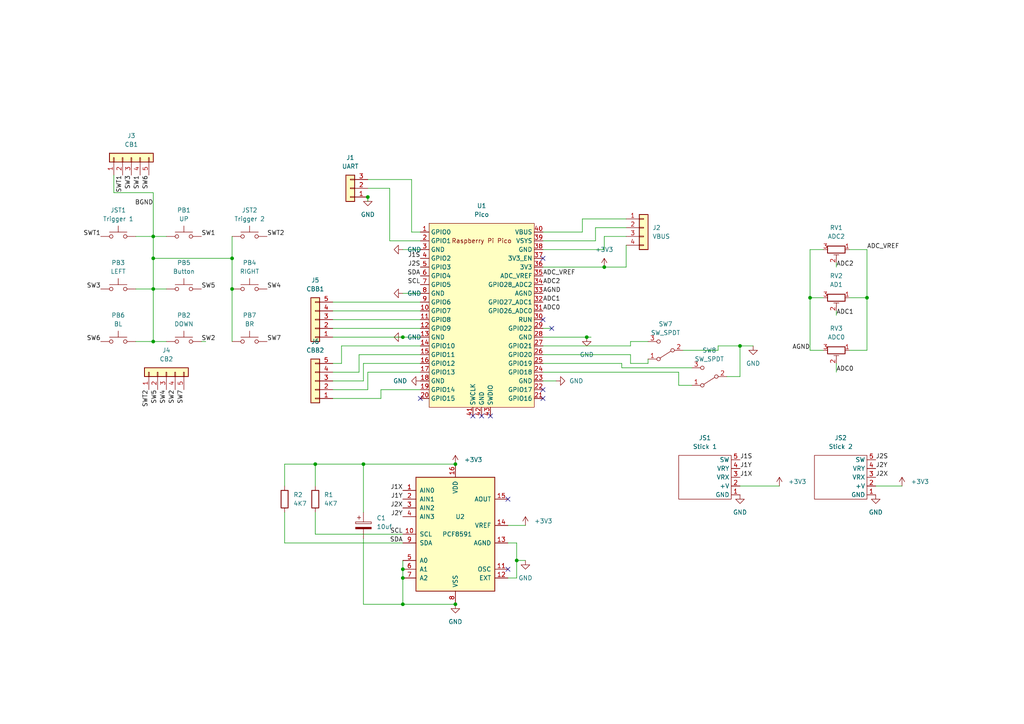
<source format=kicad_sch>
(kicad_sch (version 20211123) (generator eeschema)
  (paper "A4")
  (lib_symbols
    (symbol "Connector_Generic:Conn_01x03" (pin_names (offset 1.016) hide)
      (property "Reference" "J" (at 0 5.08 0))
      (property "Value" "Conn_01x03" (at 0 -5.08 0))
      (symbol "Conn_01x03_1_1"
        (rectangle (start -1.27 -2.413) (end 0 -2.667) (stroke (width 0.1524)))
        (rectangle (start -1.27 0.127) (end 0 -0.127) (stroke (width 0.1524)))
        (rectangle (start -1.27 2.667) (end 0 2.413) (stroke (width 0.1524)))
        (rectangle (start -1.27 3.81) (end 1.27 -3.81) (stroke (width 0.254)) (fill (type background)))
        (pin passive line (at -5.08 2.54 0) (length 3.81) (name "Pin_1") (number "1"))
        (pin passive line (at -5.08 0 0) (length 3.81) (name "Pin_2") (number "2"))
        (pin passive line (at -5.08 -2.54 0) (length 3.81) (name "Pin_3") (number "3"))
      )
    )
    (symbol "Connector_Generic:Conn_01x04" (pin_names (offset 1.016) hide)
      (property "Reference" "J" (at 0 5.08 0))
      (property "Value" "Conn_01x04" (at 0 -7.62 0))
      (symbol "Conn_01x04_1_1"
        (rectangle (start -1.27 -4.953) (end 0 -5.207) (stroke (width 0.1524)))
        (rectangle (start -1.27 -2.413) (end 0 -2.667) (stroke (width 0.1524)))
        (rectangle (start -1.27 0.127) (end 0 -0.127) (stroke (width 0.1524)))
        (rectangle (start -1.27 2.667) (end 0 2.413) (stroke (width 0.1524)))
        (rectangle (start -1.27 3.81) (end 1.27 -6.35) (stroke (width 0.254)) (fill (type background)))
        (pin passive line (at -5.08 2.54 0) (length 3.81) (name "Pin_1") (number "1"))
        (pin passive line (at -5.08 0 0) (length 3.81) (name "Pin_2") (number "2"))
        (pin passive line (at -5.08 -2.54 0) (length 3.81) (name "Pin_3") (number "3"))
        (pin passive line (at -5.08 -5.08 0) (length 3.81) (name "Pin_4") (number "4"))
      )
    )
    (symbol "Connector_Generic:Conn_01x05" (pin_names (offset 1.016) hide)
      (property "Reference" "J" (at 0 7.62 0))
      (property "Value" "Conn_01x05" (at 0 -7.62 0))
      (symbol "Conn_01x05_1_1"
        (rectangle (start -1.27 -4.953) (end 0 -5.207) (stroke (width 0.1524)))
        (rectangle (start -1.27 -2.413) (end 0 -2.667) (stroke (width 0.1524)))
        (rectangle (start -1.27 0.127) (end 0 -0.127) (stroke (width 0.1524)))
        (rectangle (start -1.27 2.667) (end 0 2.413) (stroke (width 0.1524)))
        (rectangle (start -1.27 5.207) (end 0 4.953) (stroke (width 0.1524)))
        (rectangle (start -1.27 6.35) (end 1.27 -6.35) (stroke (width 0.254)) (fill (type background)))
        (pin passive line (at -5.08 5.08 0) (length 3.81) (name "Pin_1") (number "1"))
        (pin passive line (at -5.08 2.54 0) (length 3.81) (name "Pin_2") (number "2"))
        (pin passive line (at -5.08 0 0) (length 3.81) (name "Pin_3") (number "3"))
        (pin passive line (at -5.08 -2.54 0) (length 3.81) (name "Pin_4") (number "4"))
        (pin passive line (at -5.08 -5.08 0) (length 3.81) (name "Pin_5") (number "5"))
      )
    )
    (symbol "Device:C_Polarized" (pin_numbers hide) (pin_names (offset 0.254))
      (property "Reference" "C" (at 0.635 2.54 0))
      (property "Value" "C_Polarized" (at 0.635 -2.54 0))
      (symbol "C_Polarized_0_1"
        (rectangle (start -2.286 0.508) (end 2.286 1.016))
        (polyline (pts (xy -1.778 2.286) (xy -0.762 2.286)))
        (polyline (pts (xy -1.27 2.794) (xy -1.27 1.778)))
        (rectangle (start 2.286 -0.508) (end -2.286 -1.016) (fill (type outline)))
      )
      (symbol "C_Polarized_1_1"
        (pin passive line (at 0 3.81 270) (length 2.794) (name "~") (number "1"))
        (pin passive line (at 0 -3.81 90) (length 2.794) (name "~") (number "2"))
      )
    )
    (symbol "Device:R" (pin_numbers hide) (pin_names (offset 0))
      (property "Reference" "R" (at 2.032 0 90))
      (property "Value" "R" (at 0 0 90))
      (symbol "R_0_1"
        (rectangle (start -1.016 -2.54) (end 1.016 2.54) (stroke (width 0.254)))
      )
      (symbol "R_1_1"
        (pin passive line (at 0 3.81 270) (length 1.27) (name "~") (number "1"))
        (pin passive line (at 0 -3.81 90) (length 1.27) (name "~") (number "2"))
      )
    )
    (symbol "Device:R_Potentiometer_Trim" (pin_names (offset 1.016) hide)
      (property "Reference" "RV" (at -4.445 0 90))
      (property "Value" "R_Potentiometer_Trim" (at -2.54 0 90))
      (symbol "R_Potentiometer_Trim_0_1"
        (polyline (pts (xy 1.524 0.762) (xy 1.524 -0.762)))
        (polyline (pts (xy 2.54 0) (xy 1.524 0)))
        (rectangle (start 1.016 2.54) (end -1.016 -2.54) (stroke (width 0.254)))
      )
      (symbol "R_Potentiometer_Trim_1_1"
        (pin passive line (at 0 3.81 270) (length 1.27) (name "1") (number "1"))
        (pin passive line (at 3.81 0 180) (length 1.27) (name "2") (number "2"))
        (pin passive line (at 0 -3.81 90) (length 1.27) (name "3") (number "3"))
      )
    )
    (symbol "Interface_Expansion:PCF8591" (pin_names (offset 1.016))
      (property "Reference" "U" (at -11.43 17.78 0))
      (property "Value" "PCF8591" (at 3.81 17.78 0))
      (symbol "PCF8591_0_1"
        (rectangle (start -11.43 -16.51) (end 11.43 16.51) (stroke (width 0.254)) (fill (type background)))
      )
      (symbol "PCF8591_1_1"
        (pin passive line (at -15.24 12.7 0) (length 3.81) (name "AIN0") (number "1"))
        (pin input line (at -15.24 0 0) (length 3.81) (name "SCL") (number "10"))
        (pin bidirectional line (at 15.24 -10.16 180) (length 3.81) (name "OSC") (number "11"))
        (pin input line (at 15.24 -12.7 180) (length 3.81) (name "EXT") (number "12"))
        (pin power_out line (at 15.24 -2.54 180) (length 3.81) (name "AGND") (number "13"))
        (pin passive line (at 15.24 2.54 180) (length 3.81) (name "VREF") (number "14"))
        (pin passive line (at 15.24 10.16 180) (length 3.81) (name "AOUT") (number "15"))
        (pin power_in line (at 0 20.32 270) (length 3.81) (name "VDD") (number "16"))
        (pin passive line (at -15.24 10.16 0) (length 3.81) (name "AIN1") (number "2"))
        (pin passive line (at -15.24 7.62 0) (length 3.81) (name "AIN2") (number "3"))
        (pin passive line (at -15.24 5.08 0) (length 3.81) (name "AIN3") (number "4"))
        (pin input line (at -15.24 -7.62 0) (length 3.81) (name "A0") (number "5"))
        (pin input line (at -15.24 -10.16 0) (length 3.81) (name "A1") (number "6"))
        (pin input line (at -15.24 -12.7 0) (length 3.81) (name "A2") (number "7"))
        (pin power_in line (at 0 -20.32 90) (length 3.81) (name "VSS") (number "8"))
        (pin bidirectional line (at -15.24 -2.54 0) (length 3.81) (name "SDA") (number "9"))
      )
    )
    (symbol "JoystickBoard_1"
      (property "Reference" "U" (at -5.08 1.27 0))
      (property "Value" "JoystickBoard_1" (at -5.08 8.89 0))
      (symbol "JoystickBoard_1_0_1"
        (rectangle (start -12.7 7.62) (end 2.54 -5.08))
      )
      (symbol "JoystickBoard_1_1_1"
        (pin power_in line (at -15.24 6.35 0) (length 2.54) (name "GND") (number "1"))
        (pin power_in line (at -15.24 3.81 0) (length 2.54) (name "+V") (number "2"))
        (pin output line (at -15.24 1.27 0) (length 2.54) (name "VRX") (number "3"))
        (pin output line (at -15.24 -1.27 0) (length 2.54) (name "VRY") (number "4"))
        (pin output line (at -15.24 -3.81 0) (length 2.54) (name "SW") (number "5"))
      )
    )
    (symbol "MCU_RaspberryPi_and_Boards:Pico"
      (property "Reference" "U" (at -13.97 27.94 0))
      (property "Value" "Pico" (at 0 19.05 0))
      (symbol "Pico_0_0"
        (text "Raspberry Pi Pico" (at 0 21.59 0) (effects (font (size 1.27 1.27))))
      )
      (symbol "Pico_0_1"
        (rectangle (start -15.24 26.67) (end 15.24 -26.67) (fill (type background)))
      )
      (symbol "Pico_1_1"
        (pin bidirectional line (at -17.78 24.13 0) (length 2.54) (name "GPIO0") (number "1"))
        (pin bidirectional line (at -17.78 1.27 0) (length 2.54) (name "GPIO7") (number "10"))
        (pin bidirectional line (at -17.78 -1.27 0) (length 2.54) (name "GPIO8") (number "11"))
        (pin bidirectional line (at -17.78 -3.81 0) (length 2.54) (name "GPIO9") (number "12"))
        (pin power_in line (at -17.78 -6.35 0) (length 2.54) (name "GND") (number "13"))
        (pin bidirectional line (at -17.78 -8.89 0) (length 2.54) (name "GPIO10") (number "14"))
        (pin bidirectional line (at -17.78 -11.43 0) (length 2.54) (name "GPIO11") (number "15"))
        (pin bidirectional line (at -17.78 -13.97 0) (length 2.54) (name "GPIO12") (number "16"))
        (pin bidirectional line (at -17.78 -16.51 0) (length 2.54) (name "GPIO13") (number "17"))
        (pin power_in line (at -17.78 -19.05 0) (length 2.54) (name "GND") (number "18"))
        (pin bidirectional line (at -17.78 -21.59 0) (length 2.54) (name "GPIO14") (number "19"))
        (pin bidirectional line (at -17.78 21.59 0) (length 2.54) (name "GPIO1") (number "2"))
        (pin bidirectional line (at -17.78 -24.13 0) (length 2.54) (name "GPIO15") (number "20"))
        (pin bidirectional line (at 17.78 -24.13 180) (length 2.54) (name "GPIO16") (number "21"))
        (pin bidirectional line (at 17.78 -21.59 180) (length 2.54) (name "GPIO17") (number "22"))
        (pin power_in line (at 17.78 -19.05 180) (length 2.54) (name "GND") (number "23"))
        (pin bidirectional line (at 17.78 -16.51 180) (length 2.54) (name "GPIO18") (number "24"))
        (pin bidirectional line (at 17.78 -13.97 180) (length 2.54) (name "GPIO19") (number "25"))
        (pin bidirectional line (at 17.78 -11.43 180) (length 2.54) (name "GPIO20") (number "26"))
        (pin bidirectional line (at 17.78 -8.89 180) (length 2.54) (name "GPIO21") (number "27"))
        (pin power_in line (at 17.78 -6.35 180) (length 2.54) (name "GND") (number "28"))
        (pin bidirectional line (at 17.78 -3.81 180) (length 2.54) (name "GPIO22") (number "29"))
        (pin power_in line (at -17.78 19.05 0) (length 2.54) (name "GND") (number "3"))
        (pin input line (at 17.78 -1.27 180) (length 2.54) (name "RUN") (number "30"))
        (pin bidirectional line (at 17.78 1.27 180) (length 2.54) (name "GPIO26_ADC0") (number "31"))
        (pin bidirectional line (at 17.78 3.81 180) (length 2.54) (name "GPIO27_ADC1") (number "32"))
        (pin power_in line (at 17.78 6.35 180) (length 2.54) (name "AGND") (number "33"))
        (pin bidirectional line (at 17.78 8.89 180) (length 2.54) (name "GPIO28_ADC2") (number "34"))
        (pin power_in line (at 17.78 11.43 180) (length 2.54) (name "ADC_VREF") (number "35"))
        (pin power_in line (at 17.78 13.97 180) (length 2.54) (name "3V3") (number "36"))
        (pin input line (at 17.78 16.51 180) (length 2.54) (name "3V3_EN") (number "37"))
        (pin bidirectional line (at 17.78 19.05 180) (length 2.54) (name "GND") (number "38"))
        (pin power_in line (at 17.78 21.59 180) (length 2.54) (name "VSYS") (number "39"))
        (pin bidirectional line (at -17.78 16.51 0) (length 2.54) (name "GPIO2") (number "4"))
        (pin power_in line (at 17.78 24.13 180) (length 2.54) (name "VBUS") (number "40"))
        (pin input line (at -2.54 -29.21 90) (length 2.54) (name "SWCLK") (number "41"))
        (pin power_in line (at 0 -29.21 90) (length 2.54) (name "GND") (number "42"))
        (pin bidirectional line (at 2.54 -29.21 90) (length 2.54) (name "SWDIO") (number "43"))
        (pin bidirectional line (at -17.78 13.97 0) (length 2.54) (name "GPIO3") (number "5"))
        (pin bidirectional line (at -17.78 11.43 0) (length 2.54) (name "GPIO4") (number "6"))
        (pin bidirectional line (at -17.78 8.89 0) (length 2.54) (name "GPIO5") (number "7"))
        (pin power_in line (at -17.78 6.35 0) (length 2.54) (name "GND") (number "8"))
        (pin bidirectional line (at -17.78 3.81 0) (length 2.54) (name "GPIO6") (number "9"))
      )
    )
    (symbol "Project:JoystickBoard"
      (property "Reference" "U" (at -5.08 1.27 0))
      (property "Value" "JoystickBoard" (at -5.08 8.89 0))
      (symbol "JoystickBoard_0_1"
        (rectangle (start -12.7 7.62) (end 2.54 -5.08))
      )
      (symbol "JoystickBoard_1_1"
        (pin power_in line (at -15.24 6.35 0) (length 2.54) (name "GND") (number "1"))
        (pin power_in line (at -15.24 3.81 0) (length 2.54) (name "+V") (number "2"))
        (pin output line (at -15.24 1.27 0) (length 2.54) (name "VRX") (number "3"))
        (pin output line (at -15.24 -1.27 0) (length 2.54) (name "VRY") (number "4"))
        (pin output line (at -15.24 -3.81 0) (length 2.54) (name "SW") (number "5"))
      )
    )
    (symbol "Switch:SW_Push" (pin_numbers hide) (pin_names (offset 1.016) hide)
      (property "Reference" "SW" (at 1.27 2.54 0))
      (property "Value" "SW_Push" (at 0 -1.524 0))
      (symbol "SW_Push_0_1"
        (circle (center -2.032 0) (radius 0.508))
        (polyline (pts (xy 0 1.27) (xy 0 3.048)))
        (polyline (pts (xy 2.54 1.27) (xy -2.54 1.27)))
        (circle (center 2.032 0) (radius 0.508))
        (pin passive line (at -5.08 0 0) (length 2.54) (name "1") (number "1"))
        (pin passive line (at 5.08 0 180) (length 2.54) (name "2") (number "2"))
      )
    )
    (symbol "Switch:SW_SPDT" (pin_names (offset 0) hide)
      (property "Reference" "SW" (at 0 4.318 0))
      (property "Value" "SW_SPDT" (at 0 -5.08 0))
      (symbol "SW_SPDT_0_0"
        (circle (center -2.032 0) (radius 0.508))
        (circle (center 2.032 -2.54) (radius 0.508))
      )
      (symbol "SW_SPDT_0_1"
        (polyline (pts (xy -1.524 0.254) (xy 1.651 2.286)))
        (circle (center 2.032 2.54) (radius 0.508))
      )
      (symbol "SW_SPDT_1_1"
        (pin passive line (at 5.08 2.54 180) (length 2.54) (name "A") (number "1"))
        (pin passive line (at -5.08 0 0) (length 2.54) (name "B") (number "2"))
        (pin passive line (at 5.08 -2.54 180) (length 2.54) (name "C") (number "3"))
      )
    )
    (symbol "power:+3V3" (power) (pin_names (offset 0))
      (property "Value" "+3V3" (at 0 3.556 0))
      (symbol "+3V3_0_1"
        (polyline (pts (xy -0.762 1.27) (xy 0 2.54)))
        (polyline (pts (xy 0 0) (xy 0 2.54)))
        (polyline (pts (xy 0 2.54) (xy 0.762 1.27)))
      )
      (symbol "+3V3_1_1"
        (pin power_in line (at 0 0 90) (length 0) hide (name "+3V3") (number "1"))
      )
    )
    (symbol "power:GND" (power) (pin_names (offset 0))
      (property "Value" "GND" (at 0 -3.81 0))
      (symbol "GND_0_1"
        (polyline (pts (xy 0 0) (xy 0 -1.27) (xy 1.27 -1.27) (xy 0 -2.54) (xy -1.27 -1.27) (xy 0 -1.27)))
      )
      (symbol "GND_1_1"
        (pin power_in line (at 0 0 270) (length 0) hide (name "GND") (number "1"))
      )
    )
  )
  (junction (at 116.84 97.79))
  (junction (at 44.45 99.06))
  (junction (at 105.41 134.62))
  (junction (at 175.26 77.47))
  (junction (at 251.46 86.36))
  (junction (at 106.68 57.15))
  (junction (at 44.45 83.82))
  (junction (at 116.84 175.26))
  (junction (at 67.31 83.82))
  (junction (at 132.08 134.62))
  (junction (at 44.45 68.58))
  (junction (at 170.18 97.79))
  (junction (at 91.44 134.62))
  (junction (at 44.45 74.93))
  (junction (at 132.08 175.26))
  (junction (at 149.86 162.56))
  (junction (at 67.31 74.93))
  (junction (at 116.84 167.64))
  (junction (at 234.95 86.36))
  (junction (at 116.84 165.1))
  (junction (at 214.63 100.33))
  (no_connect (at 157.48 113.03))
  (no_connect (at 157.48 115.57))
  (no_connect (at 121.92 115.57))
  (no_connect (at 160.02 95.25))
  (no_connect (at 157.48 92.71))
  (no_connect (at 157.48 74.93))
  (no_connect (at 147.32 144.78))
  (no_connect (at 139.7 120.65))
  (no_connect (at 137.16 120.65))
  (no_connect (at 142.24 120.65))
  (no_connect (at 147.32 165.1))
  (wire (pts (xy 110.49 113.03) (xy 121.92 113.03)))
  (wire (pts (xy 33.02 55.88) (xy 33.02 50.8)))
  (wire (pts (xy 44.45 83.82) (xy 44.45 99.06)))
  (wire (pts (xy 116.84 85.09) (xy 121.92 85.09)))
  (wire (pts (xy 168.91 67.31) (xy 168.91 63.5)))
  (wire (pts (xy 96.52 113.03) (xy 106.68 113.03)))
  (wire (pts (xy 96.52 107.95) (xy 104.14 107.95)))
  (wire (pts (xy 242.57 90.17) (xy 242.57 91.44)))
  (wire (pts (xy 96.52 87.63) (xy 121.92 87.63)))
  (wire (pts (xy 182.88 102.87) (xy 182.88 105.41)))
  (wire (pts (xy 246.38 86.36) (xy 251.46 86.36)))
  (wire (pts (xy 91.44 154.94) (xy 91.44 148.59)))
  (wire (pts (xy 44.45 68.58) (xy 44.45 74.93)))
  (wire (pts (xy 180.34 106.68) (xy 200.66 106.68)))
  (wire (pts (xy 96.52 97.79) (xy 116.84 97.79)))
  (wire (pts (xy 105.41 105.41) (xy 121.92 105.41)))
  (wire (pts (xy 208.28 101.6) (xy 208.28 100.33)))
  (wire (pts (xy 175.26 72.39) (xy 175.26 68.58)))
  (wire (pts (xy 44.45 83.82) (xy 48.26 83.82)))
  (wire (pts (xy 67.31 68.58) (xy 67.31 74.93)))
  (wire (pts (xy 44.45 55.88) (xy 44.45 68.58)))
  (wire (pts (xy 33.02 55.88) (xy 44.45 55.88)))
  (wire (pts (xy 116.84 162.56) (xy 116.84 165.1)))
  (wire (pts (xy 119.38 67.31) (xy 121.92 67.31)))
  (wire (pts (xy 116.84 175.26) (xy 132.08 175.26)))
  (wire (pts (xy 214.63 100.33) (xy 214.63 109.22)))
  (wire (pts (xy 96.52 110.49) (xy 105.41 110.49)))
  (wire (pts (xy 99.06 100.33) (xy 99.06 105.41)))
  (wire (pts (xy 116.84 97.79) (xy 121.92 97.79)))
  (wire (pts (xy 234.95 72.39) (xy 234.95 86.36)))
  (wire (pts (xy 67.31 83.82) (xy 67.31 99.06)))
  (wire (pts (xy 181.61 77.47) (xy 181.61 71.12)))
  (wire (pts (xy 180.34 105.41) (xy 180.34 106.68)))
  (wire (pts (xy 91.44 134.62) (xy 91.44 140.97)))
  (wire (pts (xy 113.03 69.85) (xy 121.92 69.85)))
  (wire (pts (xy 44.45 99.06) (xy 48.26 99.06)))
  (wire (pts (xy 175.26 77.47) (xy 181.61 77.47)))
  (wire (pts (xy 157.48 105.41) (xy 180.34 105.41)))
  (wire (pts (xy 182.88 105.41) (xy 187.96 105.41)))
  (wire (pts (xy 105.41 134.62) (xy 132.08 134.62)))
  (wire (pts (xy 187.96 105.41) (xy 187.96 104.14)))
  (wire (pts (xy 175.26 68.58) (xy 181.61 68.58)))
  (wire (pts (xy 119.38 52.07) (xy 119.38 67.31)))
  (wire (pts (xy 116.84 154.94) (xy 91.44 154.94)))
  (wire (pts (xy 214.63 109.22) (xy 210.82 109.22)))
  (wire (pts (xy 208.28 100.33) (xy 214.63 100.33)))
  (wire (pts (xy 96.52 115.57) (xy 110.49 115.57)))
  (wire (pts (xy 96.52 90.17) (xy 121.92 90.17)))
  (wire (pts (xy 234.95 86.36) (xy 234.95 101.6)))
  (wire (pts (xy 39.37 99.06) (xy 44.45 99.06)))
  (wire (pts (xy 104.14 107.95) (xy 104.14 102.87)))
  (wire (pts (xy 106.68 57.15) (xy 106.68 58.42)))
  (wire (pts (xy 105.41 110.49) (xy 105.41 105.41)))
  (wire (pts (xy 170.18 97.79) (xy 157.48 97.79)))
  (wire (pts (xy 116.84 165.1) (xy 116.84 167.64)))
  (wire (pts (xy 157.48 69.85) (xy 172.72 69.85)))
  (wire (pts (xy 106.68 54.61) (xy 113.03 54.61)))
  (wire (pts (xy 157.48 100.33) (xy 182.88 100.33)))
  (wire (pts (xy 172.72 69.85) (xy 172.72 66.04)))
  (wire (pts (xy 104.14 102.87) (xy 121.92 102.87)))
  (wire (pts (xy 121.92 100.33) (xy 99.06 100.33)))
  (wire (pts (xy 168.91 63.5) (xy 181.61 63.5)))
  (wire (pts (xy 246.38 72.39) (xy 251.46 72.39)))
  (wire (pts (xy 105.41 175.26) (xy 116.84 175.26)))
  (wire (pts (xy 157.48 110.49) (xy 161.29 110.49)))
  (wire (pts (xy 157.48 72.39) (xy 175.26 72.39)))
  (wire (pts (xy 96.52 95.25) (xy 121.92 95.25)))
  (wire (pts (xy 238.76 72.39) (xy 234.95 72.39)))
  (wire (pts (xy 67.31 74.93) (xy 67.31 83.82)))
  (wire (pts (xy 234.95 86.36) (xy 238.76 86.36)))
  (wire (pts (xy 196.85 111.76) (xy 200.66 111.76)))
  (wire (pts (xy 147.32 157.48) (xy 149.86 157.48)))
  (wire (pts (xy 157.48 107.95) (xy 196.85 107.95)))
  (wire (pts (xy 106.68 113.03) (xy 106.68 107.95)))
  (wire (pts (xy 106.68 52.07) (xy 119.38 52.07)))
  (wire (pts (xy 82.55 157.48) (xy 82.55 148.59)))
  (wire (pts (xy 254 140.97) (xy 261.62 140.97)))
  (wire (pts (xy 110.49 115.57) (xy 110.49 113.03)))
  (wire (pts (xy 149.86 167.64) (xy 147.32 167.64)))
  (wire (pts (xy 157.48 102.87) (xy 182.88 102.87)))
  (wire (pts (xy 214.63 140.97) (xy 226.06 140.97)))
  (wire (pts (xy 113.03 54.61) (xy 113.03 69.85)))
  (wire (pts (xy 105.41 134.62) (xy 91.44 134.62)))
  (wire (pts (xy 147.32 152.4) (xy 152.4 152.4)))
  (wire (pts (xy 58.42 99.06) (xy 59.69 99.06)))
  (wire (pts (xy 172.72 66.04) (xy 181.61 66.04)))
  (wire (pts (xy 234.95 101.6) (xy 238.76 101.6)))
  (wire (pts (xy 39.37 83.82) (xy 44.45 83.82)))
  (wire (pts (xy 157.48 67.31) (xy 168.91 67.31)))
  (wire (pts (xy 106.68 107.95) (xy 121.92 107.95)))
  (wire (pts (xy 105.41 148.59) (xy 105.41 134.62)))
  (wire (pts (xy 242.57 76.2) (xy 242.57 77.47)))
  (wire (pts (xy 182.88 100.33) (xy 182.88 99.06)))
  (wire (pts (xy 171.45 97.79) (xy 170.18 97.79)))
  (wire (pts (xy 246.38 101.6) (xy 251.46 101.6)))
  (wire (pts (xy 116.84 167.64) (xy 116.84 175.26)))
  (wire (pts (xy 82.55 134.62) (xy 82.55 140.97)))
  (wire (pts (xy 157.48 77.47) (xy 175.26 77.47)))
  (wire (pts (xy 251.46 86.36) (xy 251.46 101.6)))
  (wire (pts (xy 91.44 134.62) (xy 82.55 134.62)))
  (wire (pts (xy 242.57 105.41) (xy 242.57 107.95)))
  (wire (pts (xy 149.86 157.48) (xy 149.86 162.56)))
  (wire (pts (xy 214.63 100.33) (xy 218.44 100.33)))
  (wire (pts (xy 96.52 92.71) (xy 121.92 92.71)))
  (wire (pts (xy 251.46 72.39) (xy 251.46 86.36)))
  (wire (pts (xy 198.12 101.6) (xy 208.28 101.6)))
  (wire (pts (xy 44.45 68.58) (xy 48.26 68.58)))
  (wire (pts (xy 182.88 99.06) (xy 187.96 99.06)))
  (wire (pts (xy 149.86 162.56) (xy 149.86 167.64)))
  (wire (pts (xy 105.41 156.21) (xy 105.41 175.26)))
  (wire (pts (xy 116.84 72.39) (xy 121.92 72.39)))
  (wire (pts (xy 149.86 162.56) (xy 152.4 162.56)))
  (wire (pts (xy 44.45 74.93) (xy 44.45 83.82)))
  (wire (pts (xy 157.48 95.25) (xy 160.02 95.25)))
  (wire (pts (xy 116.84 157.48) (xy 82.55 157.48)))
  (wire (pts (xy 196.85 107.95) (xy 196.85 111.76)))
  (wire (pts (xy 44.45 74.93) (xy 67.31 74.93)))
  (wire (pts (xy 39.37 68.58) (xy 44.45 68.58)))
  (wire (pts (xy 99.06 105.41) (xy 96.52 105.41)))
  (label "BGND" (at 44.45 59.69 180))
  (label "SW7" (at 77.47 99.06 0))
  (label "J1S" (at 214.63 133.35 0))
  (label "ADC0" (at 242.57 107.95 0))
  (label "J2Y" (at 254 135.89 0))
  (label "J1X" (at 116.84 142.24 180))
  (label "AGND" (at 234.95 101.6 180))
  (label "J1X" (at 214.63 138.43 0))
  (label "SWT2" (at 43.18 113.03 270))
  (label "SWT1" (at 35.56 50.8 270))
  (label "J2S" (at 121.92 77.47 180))
  (label "SW5" (at 58.42 83.82 0))
  (label "SW7" (at 53.34 113.03 270))
  (label "ADC_VREF" (at 251.46 72.39 0))
  (label "J2X" (at 254 138.43 0))
  (label "J2Y" (at 116.84 149.86 180))
  (label "J1Y" (at 214.63 135.89 0))
  (label "SW4" (at 48.26 113.03 270))
  (label "ADC_VREF" (at 157.48 80.01 0))
  (label "SW2" (at 50.8 113.03 270))
  (label "J2X" (at 116.84 147.32 180))
  (label "SW4" (at 77.47 83.82 0))
  (label "SWT1" (at 29.21 68.58 180))
  (label "SDA" (at 116.84 157.48 180))
  (label "SW2" (at 58.42 99.06 0))
  (label "SW6" (at 43.18 50.8 270))
  (label "SW1" (at 58.42 68.58 0))
  (label "SDA" (at 121.92 80.01 180))
  (label "SWT2" (at 77.47 68.58 0))
  (label "ADC1" (at 242.57 91.44 0))
  (label "SCL" (at 121.92 82.55 180))
  (label "J1Y" (at 116.84 144.78 180))
  (label "SCL" (at 116.84 154.94 180))
  (label "SW6" (at 29.21 99.06 180))
  (label "ADC2" (at 242.57 77.47 0))
  (label "SW3" (at 29.21 83.82 180))
  (label "ADC1" (at 157.48 87.63 0))
  (label "SW5" (at 45.72 113.03 270))
  (label "SW3" (at 38.1 50.8 270))
  (label "ADC2" (at 157.48 82.55 0))
  (label "ADC0" (at 157.48 90.17 0))
  (label "SW1" (at 40.64 50.8 270))
  (label "J2S" (at 254 133.35 0))
  (label "AGND" (at 157.48 85.09 0))
  (label "J1S" (at 121.92 74.93 180))
  (symbol (lib_id "power:GND") (at 116.84 72.39 270) (unit 1)
    (property "Reference" "#PWR02" (effects hide))
    (property "Value" "GND" (at 118.11 72.3899 90) (effects (justify left)))
  )
  (symbol (lib_id "Project:JoystickBoard") (at 238.76 137.16 180) (unit 1)
    (property "Reference" "JS2" (at 243.84 127 0))
    (property "Value" "Stick 2" (at 243.84 129.54 0))
    (property "Footprint" "MyFootprints:Joystick" (effects hide))
  )
  (symbol (lib_id "Switch:SW_Push") (at 53.34 68.58 0) (unit 1)
    (property "Reference" "PB1" (at 53.34 60.96 0))
    (property "Value" "UP" (at 53.34 63.5 0))
    (property "Footprint" "MyFootprints:SW_PUSH_6mm_SP" (effects hide))
  )
  (symbol (lib_id "Interface_Expansion:PCF8591") (at 132.08 154.94 0) (unit 1)
    (property "Reference" "U2" (at 132.08 149.86 0) (effects (justify left)))
    (property "Value" "PCF8591" (at 128.27 154.94 0) (effects (justify left)))
    (property "Footprint" "Package_DIP:DIP-16_W7.62mm" (effects hide))
    (property "Datasheet" "http://www.nxp.com/documents/data_sheet/PCF8591.pdf" (effects hide))
  )
  (symbol (lib_id "Connector_Generic:Conn_01x05") (at 91.44 92.71 180) (unit 1)
    (property "Reference" "J5" (at 91.44 81.28 0))
    (property "Value" "CBB1" (at 91.44 83.82 0))
    (property "Footprint" "Connector_PinSocket_2.54mm:PinSocket_1x05_P2.54mm_Vertical" (effects hide))
  )
  (symbol (lib_id "Device:R_Potentiometer_Trim") (at 242.57 101.6 270) (unit 1)
    (property "Reference" "RV3" (at 242.57 95.25 90))
    (property "Value" "ADC0" (at 242.57 97.79 90))
    (property "Footprint" "Potentiometer_THT:Potentiometer_Runtron_RM-065_Vertical" (effects hide))
  )
  (symbol (lib_id "power:GND") (at 152.4 162.56 0) (unit 1)
    (property "Reference" "#PWR018" (effects hide))
    (property "Value" "GND" (at 152.4 167.64 0))
  )
  (symbol (lib_id "Switch:SW_SPDT") (at 205.74 109.22 180) (unit 1)
    (property "Reference" "SW8" (at 205.74 101.6 0))
    (property "Value" "SW_SPDT" (at 205.74 104.14 0))
    (property "Footprint" "Connector_PinHeader_2.54mm:PinHeader_1x03_P2.54mm_Vertical" (effects hide))
  )
  (symbol (lib_id "Switch:SW_Push") (at 34.29 83.82 0) (unit 1)
    (property "Reference" "PB3" (at 34.29 76.2 0))
    (property "Value" "LEFT" (at 34.29 78.74 0))
    (property "Footprint" "MyFootprints:SW_PUSH_6mm_SP" (effects hide))
  )
  (symbol (lib_id "Switch:SW_Push") (at 34.29 99.06 0) (unit 1)
    (property "Reference" "PB6" (at 34.29 91.44 0))
    (property "Value" "BL" (at 34.29 93.98 0))
    (property "Footprint" "MyFootprints:SW_PUSH_6mm_SP" (effects hide))
  )
  (symbol (lib_id "power:+3V3") (at 132.08 134.62 0) (unit 1)
    (property "Reference" "#PWR015" (effects hide))
    (property "Value" "+3V3" (at 134.62 133.3499 0) (effects (justify left)))
  )
  (symbol (lib_id "power:GND") (at 121.92 110.49 270) (unit 1)
    (property "Reference" "#PWR05" (effects hide))
    (property "Value" "GND" (at 118.11 110.4899 90) (effects (justify right)))
  )
  (symbol (lib_id "Connector_Generic:Conn_01x03") (at 101.6 54.61 180) (unit 1)
    (property "Reference" "J1" (at 101.6 45.72 0))
    (property "Value" "UART" (at 101.6 48.26 0))
    (property "Footprint" "Connector_PinHeader_2.54mm:PinHeader_1x03_P2.54mm_Vertical" (effects hide))
  )
  (symbol (lib_id "Device:R_Potentiometer_Trim") (at 242.57 72.39 270) (unit 1)
    (property "Reference" "RV1" (at 242.57 66.04 90))
    (property "Value" "ADC2" (at 242.57 68.58 90))
    (property "Footprint" "Potentiometer_THT:Potentiometer_Runtron_RM-065_Vertical" (effects hide))
  )
  (symbol (lib_id "Switch:SW_Push") (at 53.34 83.82 0) (unit 1)
    (property "Reference" "PB5" (at 53.34 76.2 0))
    (property "Value" "Button" (at 53.34 78.74 0))
    (property "Footprint" "MyFootprints:SW_PUSH_6mm_SP" (effects hide))
  )
  (symbol (lib_id "power:GND") (at 218.44 100.33 0) (unit 1)
    (property "Reference" "#PWR010" (effects hide))
    (property "Value" "GND" (at 218.44 105.41 0))
  )
  (symbol (lib_name "JoystickBoard_1") (lib_id "Project:JoystickBoard") (at 199.39 137.16 180) (unit 1)
    (property "Reference" "JS1" (at 204.47 127 0))
    (property "Value" "Stick 1" (at 204.47 129.54 0))
    (property "Footprint" "MyFootprints:Joystick" (effects hide))
  )
  (symbol (lib_id "power:GND") (at 116.84 85.09 270) (unit 1)
    (property "Reference" "#PWR03" (effects hide))
    (property "Value" "GND" (at 118.11 85.0899 90) (effects (justify left)))
  )
  (symbol (lib_id "power:+3V3") (at 175.26 77.47 0) (unit 1)
    (property "Reference" "#PWR019" (effects hide))
    (property "Value" "+3V3" (at 175.26 72.39 0))
  )
  (symbol (lib_id "power:GND") (at 161.29 110.49 90) (unit 1)
    (property "Reference" "#PWR07" (effects hide))
    (property "Value" "GND" (at 165.1 110.4899 90) (effects (justify right)))
  )
  (symbol (lib_id "Switch:SW_Push") (at 72.39 68.58 0) (unit 1)
    (property "Reference" "JST2" (at 72.39 60.96 0))
    (property "Value" "Trigger 2" (at 72.39 63.5 0))
    (property "Footprint" "MyFootprints:SW_PUSH_6mm_SP" (effects hide))
  )
  (symbol (lib_id "power:+3V3") (at 226.06 140.97 0) (unit 1)
    (property "Reference" "#PWR021" (effects hide))
    (property "Value" "+3V3" (at 228.6 139.6999 0) (effects (justify left)))
  )
  (symbol (lib_id "Device:R") (at 82.55 144.78 0) (unit 1)
    (property "Reference" "R2" (at 85.09 143.5099 0) (effects (justify left)))
    (property "Value" "4K7" (at 85.09 146.0499 0) (effects (justify left)))
    (property "Footprint" "Resistor_THT:R_Axial_DIN0207_L6.3mm_D2.5mm_P10.16mm_Horizontal" (effects hide))
  )
  (symbol (lib_id "MCU_RaspberryPi_and_Boards:Pico") (at 139.7 91.44 0) (unit 1)
    (property "Reference" "U1" (at 139.7 59.69 0))
    (property "Value" "Pico" (at 139.7 62.23 0))
    (property "Footprint" "MCU_RaspberryPi_and_Boards:RPi_Pico_SMD_TH" (effects hide))
  )
  (symbol (lib_id "Switch:SW_Push") (at 72.39 99.06 0) (unit 1)
    (property "Reference" "PB7" (at 72.39 91.44 0))
    (property "Value" "BR" (at 72.39 93.98 0))
    (property "Footprint" "MyFootprints:SW_PUSH_6mm_SP" (effects hide))
  )
  (symbol (lib_id "Switch:SW_Push") (at 72.39 83.82 0) (unit 1)
    (property "Reference" "PB4" (at 72.39 76.2 0))
    (property "Value" "RIGHT" (at 72.39 78.74 0))
    (property "Footprint" "MyFootprints:SW_PUSH_6mm_SP" (effects hide))
  )
  (symbol (lib_id "Switch:SW_SPDT") (at 193.04 101.6 180) (unit 1)
    (property "Reference" "SW7" (at 193.04 93.98 0))
    (property "Value" "SW_SPDT" (at 193.04 96.52 0))
    (property "Footprint" "Connector_PinHeader_2.54mm:PinHeader_1x03_P2.54mm_Vertical" (effects hide))
  )
  (symbol (lib_id "Connector_Generic:Conn_01x05") (at 91.44 110.49 180) (unit 1)
    (property "Reference" "J6" (at 91.44 99.06 0))
    (property "Value" "CBB2" (at 91.44 101.6 0))
    (property "Footprint" "Connector_PinSocket_2.54mm:PinSocket_1x05_P2.54mm_Vertical" (effects hide))
  )
  (symbol (lib_id "Switch:SW_Push") (at 34.29 68.58 0) (unit 1)
    (property "Reference" "JST1" (at 34.29 60.96 0))
    (property "Value" "Trigger 1" (at 34.29 63.5 0))
    (property "Footprint" "MyFootprints:SW_PUSH_6mm_SP" (effects hide))
  )
  (symbol (lib_id "Switch:SW_Push") (at 53.34 99.06 0) (unit 1)
    (property "Reference" "PB2" (at 53.34 91.44 0))
    (property "Value" "DOWN" (at 53.34 93.98 0))
    (property "Footprint" "MyFootprints:SW_PUSH_6mm_SP" (effects hide))
  )
  (symbol (lib_id "power:GND") (at 106.68 57.15 0) (unit 1)
    (property "Reference" "#PWR014" (effects hide))
    (property "Value" "GND" (at 106.68 62.23 0))
  )
  (symbol (lib_id "power:+3V3") (at 152.4 152.4 0) (unit 1)
    (property "Reference" "#PWR017" (effects hide))
    (property "Value" "+3V3" (at 154.94 151.1299 0) (effects (justify left)))
  )
  (symbol (lib_id "Device:C_Polarized") (at 105.41 152.4 0) (unit 1)
    (property "Reference" "C1" (at 109.22 150.2409 0) (effects (justify left)))
    (property "Value" "10uf" (at 109.22 152.7809 0) (effects (justify left)))
    (property "Footprint" "Capacitor_THT:CP_Radial_D5.0mm_P2.50mm" (effects hide))
  )
  (symbol (lib_id "Device:R_Potentiometer_Trim") (at 242.57 86.36 270) (unit 1)
    (property "Reference" "RV2" (at 242.57 80.01 90))
    (property "Value" "AD1" (at 242.57 82.55 90))
    (property "Footprint" "Potentiometer_THT:Potentiometer_Runtron_RM-065_Vertical" (effects hide))
  )
  (symbol (lib_id "power:GND") (at 254 143.51 0) (unit 1)
    (property "Reference" "#PWR022" (effects hide))
    (property "Value" "GND" (at 254 148.59 0))
  )
  (symbol (lib_id "power:GND") (at 116.84 97.79 270) (unit 1)
    (property "Reference" "#PWR04" (effects hide))
    (property "Value" "GND" (at 118.11 97.7899 90) (effects (justify left)))
  )
  (symbol (lib_id "power:GND") (at 214.63 143.51 0) (unit 1)
    (property "Reference" "#PWR020" (effects hide))
    (property "Value" "GND" (at 214.63 148.59 0))
  )
  (symbol (lib_id "Connector_Generic:Conn_01x05") (at 48.26 107.95 90) (unit 1)
    (property "Reference" "J4" (at 48.26 101.6 90))
    (property "Value" "CB2" (at 48.26 104.14 90))
    (property "Footprint" "Connector_PinHeader_2.54mm:PinHeader_1x05_P2.54mm_Vertical" (effects hide))
  )
  (symbol (lib_id "Connector_Generic:Conn_01x04") (at 186.69 66.04 0) (unit 1)
    (property "Reference" "J2" (at 189.23 66.0399 0) (effects (justify left)))
    (property "Value" "VBUS" (at 189.23 68.5799 0) (effects (justify left)))
    (property "Footprint" "Connector_PinHeader_2.54mm:PinHeader_1x04_P2.54mm_Vertical" (effects hide))
  )
  (symbol (lib_id "power:+3V3") (at 261.62 140.97 0) (unit 1)
    (property "Reference" "#PWR023" (effects hide))
    (property "Value" "+3V3" (at 264.16 139.6999 0) (effects (justify left)))
  )
  (symbol (lib_id "Device:R") (at 91.44 144.78 0) (unit 1)
    (property "Reference" "R1" (at 93.98 143.5099 0) (effects (justify left)))
    (property "Value" "4K7" (at 93.98 146.0499 0) (effects (justify left)))
    (property "Footprint" "Resistor_THT:R_Axial_DIN0207_L6.3mm_D2.5mm_P10.16mm_Horizontal" (effects hide))
  )
  (symbol (lib_id "power:GND") (at 170.18 97.79 0) (unit 1)
    (property "Reference" "#PWR08" (effects hide))
    (property "Value" "GND" (at 170.18 102.87 0))
  )
  (symbol (lib_id "Connector_Generic:Conn_01x05") (at 38.1 45.72 90) (unit 1)
    (property "Reference" "J3" (at 38.1 39.37 90))
    (property "Value" "CB1" (at 38.1 41.91 90))
    (property "Footprint" "Connector_PinHeader_2.54mm:PinHeader_1x05_P2.54mm_Vertical" (effects hide))
  )
  (symbol (lib_id "power:GND") (at 132.08 175.26 0) (unit 1)
    (property "Reference" "#PWR016" (effects hide))
    (property "Value" "GND" (at 132.08 180.34 0))
  )
)
</source>
